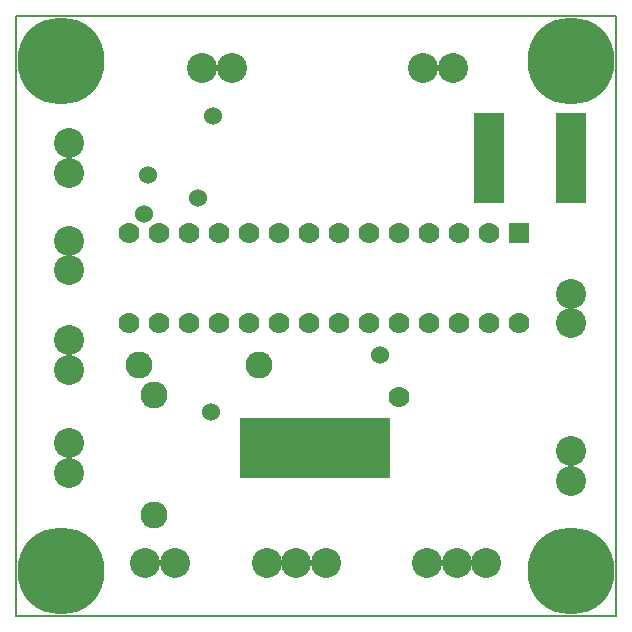
<source format=gbs>
G04 PROTEUS RS274X GERBER FILE*
%FSLAX24Y24*%
%MOIN*%
%ADD19C,0.0700*%
%ADD72C,0.0600*%
%ADD73R,0.0700X0.0700*%
%ADD30C,0.0900*%
%ADD31C,0.1000*%
%ADD32C,0.2900*%
%ADD33R,0.1000X0.1000*%
%ADD26C,0.0080*%
G54D19*
X+12750Y-12700D03*
G54D72*
X+12120Y-11314D03*
X+4250Y-6600D03*
X+6500Y-13200D03*
X+4400Y-5300D03*
X+6065Y-6060D03*
X+6562Y-3350D03*
G54D73*
X+16750Y-7250D03*
G54D19*
X+15750Y-7250D03*
X+14750Y-7250D03*
X+13750Y-7250D03*
X+12750Y-7250D03*
X+11750Y-7250D03*
X+10750Y-7250D03*
X+9750Y-7250D03*
X+8750Y-7250D03*
X+7750Y-7250D03*
X+6750Y-7250D03*
X+5750Y-7250D03*
X+4750Y-7250D03*
X+3750Y-7250D03*
X+3750Y-10250D03*
X+4750Y-10250D03*
X+5750Y-10250D03*
X+6750Y-10250D03*
X+7750Y-10250D03*
X+8750Y-10250D03*
X+9750Y-10250D03*
X+10750Y-10250D03*
X+11750Y-10250D03*
X+12750Y-10250D03*
X+13750Y-10250D03*
X+14750Y-10250D03*
X+15750Y-10250D03*
X+16742Y-10250D03*
G54D30*
X+8100Y-11650D03*
X+4100Y-11650D03*
G54D31*
X+1750Y-10815D03*
X+1750Y-11800D03*
X+14550Y-1750D03*
X+13565Y-1750D03*
G54D32*
X+18500Y-1500D03*
X+18500Y-18500D03*
X+1500Y-18500D03*
X+1500Y-1500D03*
G54D31*
X+1750Y-7500D03*
X+1750Y-8484D03*
X+1750Y-4250D03*
X+1750Y-5234D03*
G54D33*
X+18500Y-3750D03*
X+18500Y-4750D03*
X+18500Y-5750D03*
G54D31*
X+18500Y-10250D03*
X+18500Y-9265D03*
G54D33*
X+15750Y-3750D03*
X+15750Y-4750D03*
X+15750Y-5750D03*
G54D31*
X+8350Y-18250D03*
X+9334Y-18250D03*
X+10318Y-18250D03*
X+18500Y-15500D03*
X+18500Y-14515D03*
X+13700Y-18250D03*
X+14684Y-18250D03*
X+15668Y-18250D03*
G54D33*
X+11950Y-13900D03*
X+10950Y-13900D03*
X+9950Y-13900D03*
X+8950Y-13900D03*
X+7950Y-13900D03*
X+7950Y-14900D03*
X+8950Y-14900D03*
X+9950Y-14900D03*
X+10950Y-14900D03*
X+11950Y-14900D03*
G54D31*
X+4300Y-18250D03*
X+5284Y-18250D03*
G54D30*
X+4600Y-16650D03*
X+4600Y-12650D03*
G54D31*
X+1750Y-14250D03*
X+1750Y-15234D03*
X+7184Y-1750D03*
X+6200Y-1750D03*
G54D26*
X+0Y-20000D02*
X+20000Y-20000D01*
X+20000Y+0D01*
X+0Y+0D01*
X+0Y-20000D01*
M00*

</source>
